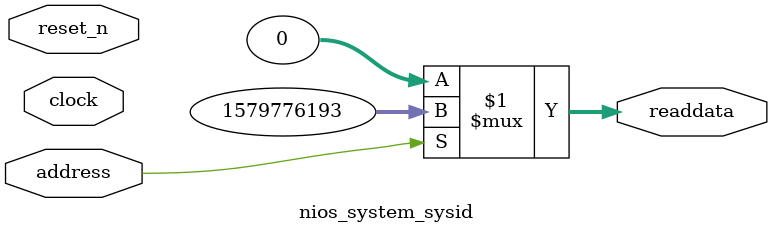
<source format=v>

`timescale 1ns / 1ps
// synthesis translate_on

// turn off superfluous verilog processor warnings 
// altera message_level Level1 
// altera message_off 10034 10035 10036 10037 10230 10240 10030 

module nios_system_sysid (
               // inputs:
                address,
                clock,
                reset_n,

               // outputs:
                readdata
             )
;

  output  [ 31: 0] readdata;
  input            address;
  input            clock;
  input            reset_n;

  wire    [ 31: 0] readdata;
  //control_slave, which is an e_avalon_slave
  assign readdata = address ? 1579776193 : 0;

endmodule




</source>
